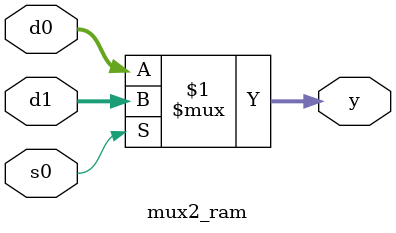
<source format=v>
module mux2_ram(d0,d1,s0,y);
   input [17:0]d0,d1;
   input s0;
   output [17:0]y;
   
   assign y=(s0)?d1:d0;
endmodule
</source>
